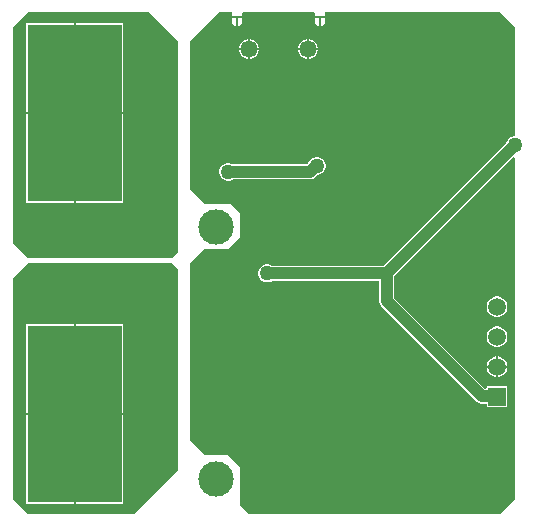
<source format=gbl>
G04*
G04 #@! TF.GenerationSoftware,Altium Limited,Altium Designer,21.0.9 (235)*
G04*
G04 Layer_Physical_Order=2*
G04 Layer_Color=16711680*
%FSLAX25Y25*%
%MOIN*%
G70*
G04*
G04 #@! TF.SameCoordinates,F2DB6EBA-4697-400F-9171-178E4C064C3E*
G04*
G04*
G04 #@! TF.FilePolarity,Positive*
G04*
G01*
G75*
%ADD25R,0.31496X0.59055*%
%ADD53C,0.03937*%
%ADD59C,0.11811*%
%ADD60R,0.05906X0.05906*%
%ADD61C,0.05906*%
%ADD62C,0.05709*%
%ADD63C,0.05000*%
G36*
X290354Y388779D02*
Y352410D01*
X289959D01*
X289196Y352205D01*
X288512Y351810D01*
X287954Y351252D01*
X287559Y350567D01*
X287415Y350029D01*
X246595Y309210D01*
X209515D01*
X209032Y309489D01*
X208269Y309693D01*
X207479D01*
X206716Y309489D01*
X206032Y309093D01*
X205473Y308535D01*
X205079Y307851D01*
X204874Y307088D01*
Y306298D01*
X205079Y305535D01*
X205473Y304851D01*
X206032Y304292D01*
X206716Y303897D01*
X207479Y303693D01*
X208269D01*
X209032Y303897D01*
X209515Y304176D01*
X245121D01*
Y297638D01*
X245312Y296675D01*
X245858Y295858D01*
X277748Y263968D01*
X278564Y263423D01*
X279528Y263231D01*
X279528Y263231D01*
X280996D01*
Y262138D01*
X287902D01*
Y269043D01*
X280996D01*
Y268444D01*
X280496Y268339D01*
X250155Y298680D01*
Y305650D01*
X289892Y345388D01*
X290354Y345197D01*
Y231299D01*
X285433Y226378D01*
X201772D01*
X198819Y229331D01*
Y242126D01*
X194882Y246063D01*
X187008D01*
X182087Y250984D01*
Y310039D01*
X187008Y314961D01*
X194882D01*
X198819Y318898D01*
Y326772D01*
X195866Y329724D01*
X187008D01*
X182087Y334646D01*
Y383858D01*
X191929Y393701D01*
X195959D01*
X196121Y393504D01*
Y392376D01*
X197835D01*
X199549D01*
Y393504D01*
X199710Y393701D01*
X223518D01*
X223680Y393504D01*
Y392376D01*
X225394D01*
X227108D01*
Y393504D01*
X227269Y393701D01*
X285433D01*
X290354Y388779D01*
D02*
G37*
G36*
X168307Y393701D02*
X178150Y383858D01*
X178150Y313976D01*
X176181Y312008D01*
X127953D01*
X123031Y316929D01*
Y388779D01*
X127953Y393701D01*
X168307Y393701D01*
D02*
G37*
G36*
X178150Y308071D02*
X178150Y241142D01*
X163386Y226378D01*
X127953Y226378D01*
X123031Y231299D01*
Y305118D01*
X127953Y310039D01*
X176181D01*
X178150Y308071D01*
D02*
G37*
%LPC*%
G36*
X225144Y391876D02*
X223680D01*
Y390748D01*
X223810Y390092D01*
X224182Y389536D01*
X224738Y389164D01*
X225144Y389084D01*
Y391876D01*
D02*
G37*
G36*
X197585Y391876D02*
X196121D01*
Y390748D01*
X196251Y390092D01*
X196623Y389536D01*
X197179Y389164D01*
X197585Y389084D01*
Y391876D01*
D02*
G37*
G36*
X199549D02*
X198085D01*
Y389084D01*
X198491Y389164D01*
X199047Y389536D01*
X199418Y390092D01*
X199549Y390748D01*
Y391876D01*
D02*
G37*
G36*
X227108Y391876D02*
X225644D01*
Y389084D01*
X226050Y389164D01*
X226606Y389536D01*
X226977Y390092D01*
X227108Y390748D01*
Y391876D01*
D02*
G37*
G36*
X221898Y384850D02*
X221707D01*
Y381746D01*
X224811D01*
Y381938D01*
X224582Y382791D01*
X224141Y383556D01*
X223516Y384180D01*
X222751Y384622D01*
X221898Y384850D01*
D02*
G37*
G36*
X221207D02*
X221015D01*
X220162Y384622D01*
X219397Y384180D01*
X218773Y383556D01*
X218331Y382791D01*
X218102Y381938D01*
Y381746D01*
X221207D01*
Y384850D01*
D02*
G37*
G36*
X202213D02*
X202022D01*
Y381746D01*
X205126D01*
Y381938D01*
X204897Y382791D01*
X204456Y383556D01*
X203831Y384180D01*
X203066Y384622D01*
X202213Y384850D01*
D02*
G37*
G36*
X201522D02*
X201330D01*
X200477Y384622D01*
X199712Y384180D01*
X199088Y383556D01*
X198646Y382791D01*
X198417Y381938D01*
Y381746D01*
X201522D01*
Y384850D01*
D02*
G37*
G36*
X224811Y381246D02*
X221707D01*
Y378142D01*
X221898D01*
X222751Y378370D01*
X223516Y378812D01*
X224141Y379436D01*
X224582Y380201D01*
X224811Y381054D01*
Y381246D01*
D02*
G37*
G36*
X221207D02*
X218102D01*
Y381054D01*
X218331Y380201D01*
X218773Y379436D01*
X219397Y378812D01*
X220162Y378370D01*
X221015Y378142D01*
X221207D01*
Y381246D01*
D02*
G37*
G36*
X205126D02*
X202022D01*
Y378142D01*
X202213D01*
X203066Y378370D01*
X203831Y378812D01*
X204456Y379436D01*
X204897Y380201D01*
X205126Y381054D01*
Y381246D01*
D02*
G37*
G36*
X201522D02*
X198417D01*
Y381054D01*
X198646Y380201D01*
X199088Y379436D01*
X199712Y378812D01*
X200477Y378370D01*
X201330Y378142D01*
X201522D01*
Y381246D01*
D02*
G37*
G36*
X224804Y345520D02*
X224014D01*
X223252Y345315D01*
X222567Y344920D01*
X222009Y344362D01*
X221614Y343678D01*
X221575Y343532D01*
X221111Y343068D01*
X196523D01*
X196040Y343347D01*
X195277Y343551D01*
X194487D01*
X193724Y343347D01*
X193040Y342952D01*
X192481Y342393D01*
X192086Y341709D01*
X191882Y340946D01*
Y340156D01*
X192086Y339393D01*
X192481Y338709D01*
X193040Y338151D01*
X193724Y337756D01*
X194487Y337551D01*
X195277D01*
X196040Y337756D01*
X196523Y338034D01*
X222153D01*
X223116Y338226D01*
X223933Y338772D01*
X224681Y339520D01*
X224804D01*
X225567Y339724D01*
X226252Y340119D01*
X226810Y340678D01*
X227205Y341362D01*
X227410Y342125D01*
Y342915D01*
X227205Y343678D01*
X226810Y344362D01*
X226252Y344920D01*
X225567Y345315D01*
X224804Y345520D01*
D02*
G37*
G36*
X284903Y299043D02*
X283994D01*
X283116Y298808D01*
X282329Y298353D01*
X281686Y297711D01*
X281231Y296923D01*
X280996Y296045D01*
Y295136D01*
X281231Y294258D01*
X281686Y293471D01*
X282329Y292828D01*
X283116Y292373D01*
X283994Y292138D01*
X284903D01*
X285782Y292373D01*
X286569Y292828D01*
X287212Y293471D01*
X287666Y294258D01*
X287902Y295136D01*
Y296045D01*
X287666Y296923D01*
X287212Y297711D01*
X286569Y298353D01*
X285782Y298808D01*
X284903Y299043D01*
D02*
G37*
G36*
Y289043D02*
X283994D01*
X283116Y288808D01*
X282329Y288353D01*
X281686Y287711D01*
X281231Y286923D01*
X280996Y286045D01*
Y285136D01*
X281231Y284258D01*
X281686Y283471D01*
X282329Y282828D01*
X283116Y282373D01*
X283994Y282138D01*
X284903D01*
X285782Y282373D01*
X286569Y282828D01*
X287212Y283471D01*
X287666Y284258D01*
X287902Y285136D01*
Y286045D01*
X287666Y286923D01*
X287212Y287711D01*
X286569Y288353D01*
X285782Y288808D01*
X284903Y289043D01*
D02*
G37*
G36*
Y279043D02*
X284699D01*
Y275841D01*
X287902D01*
Y276045D01*
X287666Y276923D01*
X287212Y277711D01*
X286569Y278353D01*
X285782Y278808D01*
X284903Y279043D01*
D02*
G37*
G36*
X284199D02*
X283994D01*
X283116Y278808D01*
X282329Y278353D01*
X281686Y277711D01*
X281231Y276923D01*
X280996Y276045D01*
Y275841D01*
X284199D01*
Y279043D01*
D02*
G37*
G36*
X287902Y275341D02*
X284699D01*
Y272138D01*
X284903D01*
X285782Y272373D01*
X286569Y272828D01*
X287212Y273470D01*
X287666Y274258D01*
X287902Y275136D01*
Y275341D01*
D02*
G37*
G36*
X284199D02*
X280996D01*
Y275136D01*
X281231Y274258D01*
X281686Y273470D01*
X282329Y272828D01*
X283116Y272373D01*
X283994Y272138D01*
X284199D01*
Y275341D01*
D02*
G37*
G36*
X159949Y390264D02*
X143951D01*
Y360486D01*
X159949D01*
Y390264D01*
D02*
G37*
G36*
X143451D02*
X127453D01*
Y360486D01*
X143451D01*
Y390264D01*
D02*
G37*
G36*
X159949Y359986D02*
X143951D01*
Y330209D01*
X159949D01*
Y359986D01*
D02*
G37*
G36*
X143451D02*
X127453D01*
Y330209D01*
X143451D01*
Y359986D01*
D02*
G37*
G36*
X159949Y289870D02*
X143951D01*
Y260092D01*
X159949D01*
Y289870D01*
D02*
G37*
G36*
X143451D02*
X127453D01*
Y260092D01*
X143451D01*
Y289870D01*
D02*
G37*
G36*
X159949Y259593D02*
X143951D01*
Y229815D01*
X159949D01*
Y259593D01*
D02*
G37*
G36*
X143451D02*
X127453D01*
Y229815D01*
X143451D01*
Y259593D01*
D02*
G37*
%LPD*%
D25*
X143701Y360236D02*
D03*
Y259842D02*
D03*
D53*
X284291Y265748D02*
X284449Y265591D01*
X279528Y265748D02*
X284291D01*
X247638Y297638D02*
Y306693D01*
Y297638D02*
X279528Y265748D01*
X207874Y306693D02*
X247638D01*
X290354Y349410D01*
X222153Y340551D02*
X224122Y342520D01*
X224410D01*
X194882Y340551D02*
X222153D01*
D59*
X190945Y322047D02*
D03*
Y238189D02*
D03*
D60*
X284449Y265591D02*
D03*
D61*
Y275590D02*
D03*
Y285591D02*
D03*
Y295590D02*
D03*
D62*
X201772Y381496D02*
D03*
X221457D02*
D03*
D63*
X185327Y257874D02*
D03*
X290354Y349410D02*
D03*
X171260Y259842D02*
D03*
X168307Y360236D02*
D03*
X235433Y346063D02*
D03*
X268898Y380315D02*
D03*
X210630Y314961D02*
D03*
X207874Y306693D02*
D03*
X224410Y342520D02*
D03*
X194882Y340551D02*
D03*
M02*

</source>
